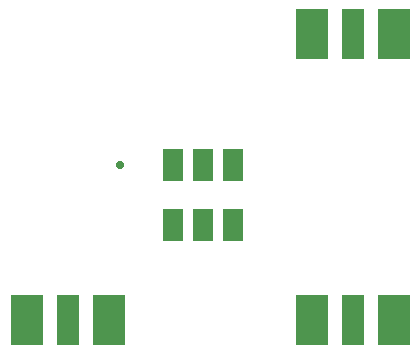
<source format=gbr>
G04 EAGLE Gerber RS-274X export*
G75*
%MOIN*%
%FSLAX34Y34*%
%LPD*%
%INSoldermask Top*%
%IPPOS*%
%AMOC8*
5,1,8,0,0,1.08239X$1,22.5*%
G01*
%ADD10R,0.069961X0.105000*%
%ADD11R,0.075000X0.170000*%
%ADD12R,0.110000X0.170000*%
%ADD13C,0.028780*%


D10*
X8500Y6000D03*
X7500Y6000D03*
X6500Y6000D03*
X6500Y4000D03*
X7500Y4000D03*
X8500Y4000D03*
D11*
X12500Y10367D03*
D12*
X13876Y10367D03*
X11124Y10367D03*
D11*
X12500Y833D03*
D12*
X11124Y833D03*
X13876Y833D03*
D11*
X3000Y833D03*
D12*
X1624Y833D03*
X4376Y833D03*
D13*
X4750Y6000D03*
M02*

</source>
